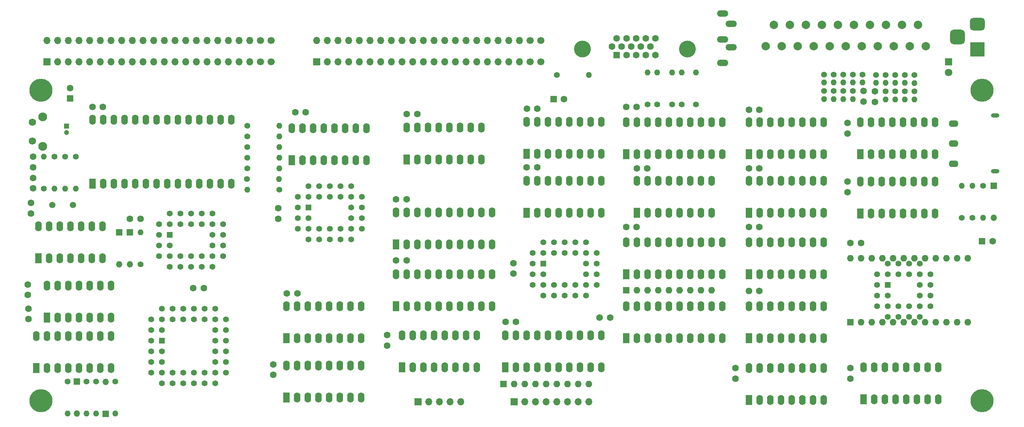
<source format=gbr>
%TF.GenerationSoftware,KiCad,Pcbnew,7.0.10*%
%TF.CreationDate,2024-04-26T10:18:25+01:00*%
%TF.ProjectId,v1b,7631622e-6b69-4636-9164-5f7063625858,rev?*%
%TF.SameCoordinates,Original*%
%TF.FileFunction,Soldermask,Bot*%
%TF.FilePolarity,Negative*%
%FSLAX46Y46*%
G04 Gerber Fmt 4.6, Leading zero omitted, Abs format (unit mm)*
G04 Created by KiCad (PCBNEW 7.0.10) date 2024-04-26 10:18:25*
%MOMM*%
%LPD*%
G01*
G04 APERTURE LIST*
G04 Aperture macros list*
%AMRoundRect*
0 Rectangle with rounded corners*
0 $1 Rounding radius*
0 $2 $3 $4 $5 $6 $7 $8 $9 X,Y pos of 4 corners*
0 Add a 4 corners polygon primitive as box body*
4,1,4,$2,$3,$4,$5,$6,$7,$8,$9,$2,$3,0*
0 Add four circle primitives for the rounded corners*
1,1,$1+$1,$2,$3*
1,1,$1+$1,$4,$5*
1,1,$1+$1,$6,$7*
1,1,$1+$1,$8,$9*
0 Add four rect primitives between the rounded corners*
20,1,$1+$1,$2,$3,$4,$5,0*
20,1,$1+$1,$4,$5,$6,$7,0*
20,1,$1+$1,$6,$7,$8,$9,0*
20,1,$1+$1,$8,$9,$2,$3,0*%
G04 Aperture macros list end*
%ADD10C,1.600000*%
%ADD11R,1.600000X1.600000*%
%ADD12O,1.600000X1.600000*%
%ADD13R,1.422400X1.422400*%
%ADD14C,1.422400*%
%ADD15R,1.600000X2.400000*%
%ADD16O,1.600000X2.400000*%
%ADD17R,3.500000X3.500000*%
%ADD18RoundRect,0.750000X-1.000000X0.750000X-1.000000X-0.750000X1.000000X-0.750000X1.000000X0.750000X0*%
%ADD19RoundRect,0.875000X-0.875000X0.875000X-0.875000X-0.875000X0.875000X-0.875000X0.875000X0.875000X0*%
%ADD20C,4.000000*%
%ADD21C,1.400000*%
%ADD22O,1.400000X1.400000*%
%ADD23R,1.200000X1.200000*%
%ADD24C,1.200000*%
%ADD25R,1.500000X1.500000*%
%ADD26O,1.500000X1.500000*%
%ADD27C,2.100000*%
%ADD28C,1.750000*%
%ADD29R,1.700000X1.700000*%
%ADD30O,1.700000X1.700000*%
%ADD31O,2.000000X1.000000*%
%ADD32O,2.300000X1.600000*%
%ADD33C,5.500000*%
%ADD34C,1.998980*%
%ADD35R,1.800000X1.800000*%
%ADD36C,1.800000*%
%ADD37C,1.700000*%
%ADD38O,2.700000X1.500000*%
%ADD39C,1.500000*%
G04 APERTURE END LIST*
D10*
%TO.C,Cd11*%
X100330000Y-126365000D03*
X100330000Y-128865000D03*
%TD*%
D11*
%TO.C,U20*%
X237633000Y-116325000D03*
D12*
X240173000Y-116325000D03*
X242713000Y-116325000D03*
X245253000Y-116325000D03*
X247793000Y-116325000D03*
X250333000Y-116325000D03*
X252873000Y-116325000D03*
X255413000Y-116325000D03*
X257953000Y-116325000D03*
X260493000Y-116325000D03*
X263033000Y-116325000D03*
X265573000Y-116325000D03*
X265573000Y-101085000D03*
X263033000Y-101085000D03*
X260493000Y-101085000D03*
X257953000Y-101085000D03*
X255413000Y-101085000D03*
X252873000Y-101085000D03*
X250333000Y-101085000D03*
X247793000Y-101085000D03*
X245253000Y-101085000D03*
X242713000Y-101085000D03*
X240173000Y-101085000D03*
X237633000Y-101085000D03*
%TD*%
D13*
%TO.C,U5*%
X108743000Y-89000000D03*
D14*
X106203000Y-91540000D03*
X108743000Y-91540000D03*
X106203000Y-94080000D03*
X108743000Y-96620000D03*
X108743000Y-94080000D03*
X111283000Y-96620000D03*
X111283000Y-94080000D03*
X113823000Y-96620000D03*
X113823000Y-94080000D03*
X116363000Y-96620000D03*
X116363000Y-94080000D03*
X118903000Y-96620000D03*
X121443000Y-94080000D03*
X118903000Y-94080000D03*
X121443000Y-91540000D03*
X118903000Y-91540000D03*
X121443000Y-89000000D03*
X118903000Y-89000000D03*
X121443000Y-86460000D03*
X118903000Y-83920000D03*
X118903000Y-86460000D03*
X116363000Y-83920000D03*
X116363000Y-86460000D03*
X113823000Y-83920000D03*
X113823000Y-86460000D03*
X111283000Y-83920000D03*
X111283000Y-86460000D03*
X108743000Y-83920000D03*
X106203000Y-86460000D03*
X108743000Y-86460000D03*
X106203000Y-89000000D03*
%TD*%
D10*
%TO.C,Cd4*%
X129540000Y-101600000D03*
X132040000Y-101600000D03*
%TD*%
%TO.C,C5*%
X243500000Y-63819000D03*
X243500000Y-61319000D03*
%TD*%
%TO.C,Cd28*%
X213528000Y-79612000D03*
X216028000Y-79612000D03*
%TD*%
D15*
%TO.C,U19*%
X240030000Y-76300000D03*
D16*
X242570000Y-76300000D03*
X245110000Y-76300000D03*
X247650000Y-76300000D03*
X250190000Y-76300000D03*
X252730000Y-76300000D03*
X255270000Y-76300000D03*
X257810000Y-76300000D03*
X257810000Y-68680000D03*
X255270000Y-68680000D03*
X252730000Y-68680000D03*
X250190000Y-68680000D03*
X247650000Y-68680000D03*
X245110000Y-68680000D03*
X242570000Y-68680000D03*
X240030000Y-68680000D03*
%TD*%
D17*
%TO.C,J3*%
X267857500Y-51300000D03*
D18*
X267857500Y-45300000D03*
D19*
X263157500Y-48300000D03*
%TD*%
D20*
%TO.C,J7*%
X198890000Y-51181000D03*
X173890000Y-51181000D03*
D11*
X182075000Y-52601000D03*
D10*
X184365000Y-52601000D03*
X186655000Y-52601000D03*
X188945000Y-52601000D03*
X191235000Y-52601000D03*
X180930000Y-50621000D03*
X183220000Y-50621000D03*
X185510000Y-50621000D03*
X187800000Y-50621000D03*
X190090000Y-50621000D03*
X182075000Y-48641000D03*
X184365000Y-48641000D03*
X186655000Y-48641000D03*
X188945000Y-48641000D03*
X191235000Y-48641000D03*
%TD*%
D21*
%TO.C,R25*%
X236007000Y-57270000D03*
D22*
X236007000Y-59170000D03*
%TD*%
D21*
%TO.C,R10*%
X94148000Y-77072000D03*
D22*
X101768000Y-77072000D03*
%TD*%
D15*
%TO.C,U18*%
X240030000Y-90407000D03*
D16*
X242570000Y-90407000D03*
X245110000Y-90407000D03*
X247650000Y-90407000D03*
X250190000Y-90407000D03*
X252730000Y-90407000D03*
X255270000Y-90407000D03*
X257810000Y-90407000D03*
X257810000Y-82787000D03*
X255270000Y-82787000D03*
X252730000Y-82787000D03*
X250190000Y-82787000D03*
X247650000Y-82787000D03*
X245110000Y-82787000D03*
X242570000Y-82787000D03*
X240030000Y-82787000D03*
%TD*%
D10*
%TO.C,Cd32*%
X210353000Y-127237000D03*
X210353000Y-129737000D03*
%TD*%
D21*
%TO.C,R7*%
X45720000Y-84455000D03*
D22*
X45720000Y-76835000D03*
%TD*%
D23*
%TO.C,C1*%
X51100000Y-69577400D03*
D24*
X51100000Y-71077400D03*
%TD*%
D21*
%TO.C,R11*%
X94148000Y-74532000D03*
D22*
X101768000Y-74532000D03*
%TD*%
D21*
%TO.C,R16*%
X195240000Y-64372000D03*
D22*
X195240000Y-56752000D03*
%TD*%
D21*
%TO.C,R24*%
X233721000Y-57270000D03*
D22*
X233721000Y-59170000D03*
%TD*%
D11*
%TO.C,RN2*%
X155098000Y-131047000D03*
D12*
X157638000Y-131047000D03*
X160178000Y-131047000D03*
X162718000Y-131047000D03*
X165258000Y-131047000D03*
X167798000Y-131047000D03*
X170338000Y-131047000D03*
X172878000Y-131047000D03*
X175418000Y-131047000D03*
%TD*%
D21*
%TO.C,R9*%
X94148000Y-79612000D03*
D22*
X101768000Y-79612000D03*
%TD*%
D25*
%TO.C,D4*%
X66208000Y-94852000D03*
D26*
X66208000Y-102472000D03*
%TD*%
D15*
%TO.C,U3*%
X103438000Y-134222000D03*
D16*
X105978000Y-134222000D03*
X108518000Y-134222000D03*
X111058000Y-134222000D03*
X113598000Y-134222000D03*
X116138000Y-134222000D03*
X118678000Y-134222000D03*
X121218000Y-134222000D03*
X121218000Y-126602000D03*
X118678000Y-126602000D03*
X116138000Y-126602000D03*
X113598000Y-126602000D03*
X111058000Y-126602000D03*
X108518000Y-126602000D03*
X105978000Y-126602000D03*
X103438000Y-126602000D03*
%TD*%
D15*
%TO.C,U16*%
X213493000Y-134857000D03*
D16*
X216033000Y-134857000D03*
X218573000Y-134857000D03*
X221113000Y-134857000D03*
X223653000Y-134857000D03*
X226193000Y-134857000D03*
X228733000Y-134857000D03*
X231273000Y-134857000D03*
X231273000Y-127237000D03*
X228733000Y-127237000D03*
X226193000Y-127237000D03*
X223653000Y-127237000D03*
X221113000Y-127237000D03*
X218573000Y-127237000D03*
X216033000Y-127237000D03*
X213493000Y-127237000D03*
%TD*%
D21*
%TO.C,R39*%
X167808000Y-57387000D03*
D22*
X175428000Y-57387000D03*
%TD*%
D21*
%TO.C,R34*%
X248326000Y-57387000D03*
D22*
X248326000Y-59287000D03*
%TD*%
D10*
%TO.C,C3*%
X43180000Y-76855000D03*
X43180000Y-79355000D03*
%TD*%
D15*
%TO.C,U7*%
X160655000Y-76200000D03*
D16*
X163195000Y-76200000D03*
X165735000Y-76200000D03*
X168275000Y-76200000D03*
X170815000Y-76200000D03*
X173355000Y-76200000D03*
X175895000Y-76200000D03*
X178435000Y-76200000D03*
X178435000Y-68580000D03*
X175895000Y-68580000D03*
X173355000Y-68580000D03*
X170815000Y-68580000D03*
X168275000Y-68580000D03*
X165735000Y-68580000D03*
X163195000Y-68580000D03*
X160655000Y-68580000D03*
%TD*%
D21*
%TO.C,R2*%
X101768000Y-84692000D03*
D22*
X94148000Y-84692000D03*
%TD*%
D27*
%TO.C,SW1*%
X45466000Y-74422000D03*
X45466000Y-67412000D03*
D28*
X42976000Y-73172000D03*
X42976000Y-68672000D03*
%TD*%
D15*
%TO.C,U2*%
X44450000Y-101065000D03*
D16*
X46990000Y-101065000D03*
X49530000Y-101065000D03*
X52070000Y-101065000D03*
X54610000Y-101065000D03*
X57150000Y-101065000D03*
X59690000Y-101065000D03*
X59690000Y-93445000D03*
X57150000Y-93445000D03*
X54610000Y-93445000D03*
X52070000Y-93445000D03*
X49530000Y-93445000D03*
X46990000Y-93445000D03*
X44450000Y-93445000D03*
%TD*%
D21*
%TO.C,R22*%
X238293000Y-61202000D03*
D22*
X238293000Y-63102000D03*
%TD*%
D21*
%TO.C,R5*%
X50800000Y-76835000D03*
D22*
X50800000Y-84455000D03*
%TD*%
D29*
%TO.C,J2*%
X157638000Y-135255000D03*
D30*
X160178000Y-135255000D03*
X162718000Y-135255000D03*
X165258000Y-135255000D03*
X167798000Y-135255000D03*
X170338000Y-135255000D03*
X172878000Y-135255000D03*
X175418000Y-135255000D03*
%TD*%
D21*
%TO.C,R15*%
X191684000Y-64372000D03*
D22*
X191684000Y-56752000D03*
%TD*%
D21*
%TO.C,R6*%
X53340000Y-76835000D03*
D22*
X53340000Y-84455000D03*
%TD*%
D21*
%TO.C,R32*%
X252898000Y-57408000D03*
D22*
X252898000Y-59308000D03*
%TD*%
D31*
%TO.C,SW2*%
X272155000Y-80310000D03*
X272155000Y-67010000D03*
D32*
X262255000Y-78510000D03*
X262255000Y-73710000D03*
X262255000Y-69010000D03*
%TD*%
D21*
%TO.C,R38*%
X266700000Y-91440000D03*
D22*
X266700000Y-83820000D03*
%TD*%
D10*
%TO.C,Cd27*%
X42672000Y-90367000D03*
X42672000Y-87867000D03*
%TD*%
D21*
%TO.C,R21*%
X236007000Y-61202000D03*
D22*
X236007000Y-63102000D03*
%TD*%
D10*
%TO.C,Cd1*%
X180508000Y-115172000D03*
X178008000Y-115172000D03*
%TD*%
D21*
%TO.C,R3*%
X58166000Y-130412000D03*
D22*
X58166000Y-138032000D03*
%TD*%
D15*
%TO.C,U15*%
X184308000Y-76300000D03*
D16*
X186848000Y-76300000D03*
X189388000Y-76300000D03*
X191928000Y-76300000D03*
X194468000Y-76300000D03*
X197008000Y-76300000D03*
X199548000Y-76300000D03*
X202088000Y-76300000D03*
X204628000Y-76300000D03*
X207168000Y-76300000D03*
X207168000Y-68680000D03*
X204628000Y-68680000D03*
X202088000Y-68680000D03*
X199548000Y-68680000D03*
X197008000Y-68680000D03*
X194468000Y-68680000D03*
X191928000Y-68680000D03*
X189388000Y-68680000D03*
X186848000Y-68680000D03*
X184308000Y-68680000D03*
%TD*%
D10*
%TO.C,Cd15*%
X41910000Y-107315000D03*
X41910000Y-109815000D03*
%TD*%
%TO.C,Cd30*%
X213528000Y-65642000D03*
X216028000Y-65642000D03*
%TD*%
D15*
%TO.C,U17*%
X240813000Y-134710000D03*
D16*
X243353000Y-134710000D03*
X245893000Y-134710000D03*
X248433000Y-134710000D03*
X250973000Y-134710000D03*
X253513000Y-134710000D03*
X256053000Y-134710000D03*
X258593000Y-134710000D03*
X258593000Y-127090000D03*
X256053000Y-127090000D03*
X253513000Y-127090000D03*
X250973000Y-127090000D03*
X248433000Y-127090000D03*
X245893000Y-127090000D03*
X243353000Y-127090000D03*
X240813000Y-127090000D03*
%TD*%
D10*
%TO.C,C2*%
X43180000Y-84415000D03*
X43180000Y-81915000D03*
%TD*%
%TO.C,Cd9*%
X213528000Y-93582000D03*
X216028000Y-93582000D03*
%TD*%
%TO.C,Cd29*%
X160695000Y-65405000D03*
X163195000Y-65405000D03*
%TD*%
D21*
%TO.C,R1*%
X55880000Y-130412000D03*
D22*
X55880000Y-138032000D03*
%TD*%
D21*
%TO.C,R28*%
X252898000Y-61319000D03*
D22*
X252898000Y-63219000D03*
%TD*%
D10*
%TO.C,Cd19*%
X105578000Y-66277000D03*
X108078000Y-66277000D03*
%TD*%
D21*
%TO.C,R14*%
X189398000Y-64372000D03*
D22*
X189398000Y-56752000D03*
%TD*%
D10*
%TO.C,Cd2*%
X155595000Y-116205000D03*
X158095000Y-116205000D03*
%TD*%
D15*
%TO.C,U32*%
X129540000Y-112495000D03*
D16*
X132080000Y-112495000D03*
X134620000Y-112495000D03*
X137160000Y-112495000D03*
X139700000Y-112495000D03*
X142240000Y-112495000D03*
X144780000Y-112495000D03*
X147320000Y-112495000D03*
X149860000Y-112495000D03*
X152400000Y-112495000D03*
X152400000Y-104875000D03*
X149860000Y-104875000D03*
X147320000Y-104875000D03*
X144780000Y-104875000D03*
X142240000Y-104875000D03*
X139700000Y-104875000D03*
X137160000Y-104875000D03*
X134620000Y-104875000D03*
X132080000Y-104875000D03*
X129540000Y-104875000D03*
%TD*%
D11*
%TO.C,C7*%
X167045000Y-63102000D03*
D10*
X169545000Y-63102000D03*
%TD*%
%TO.C,Cd13*%
X42078000Y-115570000D03*
X42078000Y-113070000D03*
%TD*%
D21*
%TO.C,R4*%
X48260000Y-76835000D03*
D22*
X48260000Y-84455000D03*
%TD*%
D11*
%TO.C,C6*%
X269000000Y-97000000D03*
D10*
X271500000Y-97000000D03*
%TD*%
D25*
%TO.C,D1*%
X53594000Y-130412000D03*
D26*
X53594000Y-138032000D03*
%TD*%
D15*
%TO.C,U24*%
X213493000Y-90270000D03*
D16*
X216033000Y-90270000D03*
X218573000Y-90270000D03*
X221113000Y-90270000D03*
X223653000Y-90270000D03*
X226193000Y-90270000D03*
X228733000Y-90270000D03*
X231273000Y-90270000D03*
X231273000Y-82650000D03*
X228733000Y-82650000D03*
X226193000Y-82650000D03*
X223653000Y-82650000D03*
X221113000Y-82650000D03*
X218573000Y-82650000D03*
X216033000Y-82650000D03*
X213493000Y-82650000D03*
%TD*%
D15*
%TO.C,U14*%
X186838000Y-90260000D03*
D16*
X189378000Y-90260000D03*
X191918000Y-90260000D03*
X194458000Y-90260000D03*
X196998000Y-90260000D03*
X199538000Y-90260000D03*
X202078000Y-90260000D03*
X204618000Y-90260000D03*
X204618000Y-82640000D03*
X202078000Y-82640000D03*
X199538000Y-82640000D03*
X196998000Y-82640000D03*
X194458000Y-82640000D03*
X191918000Y-82640000D03*
X189378000Y-82640000D03*
X186838000Y-82640000D03*
%TD*%
D21*
%TO.C,R36*%
X243754000Y-57387000D03*
D22*
X243754000Y-59287000D03*
%TD*%
D11*
%TO.C,RN1*%
X184288000Y-108685000D03*
D12*
X186828000Y-108685000D03*
X189368000Y-108685000D03*
X191908000Y-108685000D03*
X194448000Y-108685000D03*
X196988000Y-108685000D03*
X199528000Y-108685000D03*
X202068000Y-108685000D03*
X204608000Y-108685000D03*
%TD*%
D33*
%TO.C,H4*%
X269000000Y-135000000D03*
%TD*%
D21*
%TO.C,R29*%
X250612000Y-61319600D03*
D22*
X250612000Y-63219600D03*
%TD*%
D10*
%TO.C,Cd20*%
X237698000Y-97392000D03*
X240198000Y-97392000D03*
%TD*%
D13*
%TO.C,U21*%
X246523000Y-107425000D03*
D14*
X243983000Y-109965000D03*
X246523000Y-109965000D03*
X243983000Y-112505000D03*
X246523000Y-115045000D03*
X246523000Y-112505000D03*
X249063000Y-115045000D03*
X249063000Y-112505000D03*
X251603000Y-115045000D03*
X251603000Y-112505000D03*
X254143000Y-115045000D03*
X256683000Y-112505000D03*
X254143000Y-112505000D03*
X256683000Y-109965000D03*
X254143000Y-109965000D03*
X256683000Y-107425000D03*
X254143000Y-107425000D03*
X256683000Y-104885000D03*
X254143000Y-102345000D03*
X254143000Y-104885000D03*
X251603000Y-102345000D03*
X251603000Y-104885000D03*
X249063000Y-102345000D03*
X249063000Y-104885000D03*
X246523000Y-102345000D03*
X243983000Y-104885000D03*
X246523000Y-104885000D03*
X243983000Y-107425000D03*
%TD*%
D33*
%TO.C,H3*%
X269030000Y-61000000D03*
%TD*%
D10*
%TO.C,C4*%
X240833000Y-63702000D03*
X240833000Y-61202000D03*
%TD*%
D21*
%TO.C,R37*%
X68748000Y-102472000D03*
D22*
X68748000Y-94852000D03*
%TD*%
D25*
%TO.C,D2*%
X271780000Y-83820000D03*
D26*
X271780000Y-91440000D03*
%TD*%
D15*
%TO.C,U23*%
X213493000Y-104875000D03*
D16*
X216033000Y-104875000D03*
X218573000Y-104875000D03*
X221113000Y-104875000D03*
X223653000Y-104875000D03*
X226193000Y-104875000D03*
X228733000Y-104875000D03*
X231273000Y-104875000D03*
X231273000Y-97255000D03*
X228733000Y-97255000D03*
X226193000Y-97255000D03*
X223653000Y-97255000D03*
X221113000Y-97255000D03*
X218573000Y-97255000D03*
X216033000Y-97255000D03*
X213493000Y-97255000D03*
%TD*%
D10*
%TO.C,Cd31*%
X101514000Y-89137000D03*
X101514000Y-91637000D03*
%TD*%
D21*
%TO.C,R41*%
X264160000Y-91440000D03*
D22*
X264160000Y-83820000D03*
%TD*%
D11*
%TO.C,C8*%
X52000000Y-63000000D03*
D10*
X52000000Y-60500000D03*
%TD*%
D15*
%TO.C,U28*%
X57293000Y-83290000D03*
D16*
X59833000Y-83290000D03*
X62373000Y-83290000D03*
X64913000Y-83290000D03*
X67453000Y-83290000D03*
X69993000Y-83290000D03*
X72533000Y-83290000D03*
X75073000Y-83290000D03*
X77613000Y-83290000D03*
X80153000Y-83290000D03*
X82693000Y-83290000D03*
X85233000Y-83290000D03*
X87773000Y-83290000D03*
X90313000Y-83290000D03*
X90313000Y-68050000D03*
X87773000Y-68050000D03*
X85233000Y-68050000D03*
X82693000Y-68050000D03*
X80153000Y-68050000D03*
X77613000Y-68050000D03*
X75073000Y-68050000D03*
X72533000Y-68050000D03*
X69993000Y-68050000D03*
X67453000Y-68050000D03*
X64913000Y-68050000D03*
X62373000Y-68050000D03*
X59833000Y-68050000D03*
X57293000Y-68050000D03*
%TD*%
D33*
%TO.C,H*%
X45030000Y-135000000D03*
%TD*%
D15*
%TO.C,U10*%
X104775000Y-77707000D03*
D16*
X107315000Y-77707000D03*
X109855000Y-77707000D03*
X112395000Y-77707000D03*
X114935000Y-77707000D03*
X117475000Y-77707000D03*
X120015000Y-77707000D03*
X122555000Y-77707000D03*
X122555000Y-70087000D03*
X120015000Y-70087000D03*
X117475000Y-70087000D03*
X114935000Y-70087000D03*
X112395000Y-70087000D03*
X109855000Y-70087000D03*
X107315000Y-70087000D03*
X104775000Y-70087000D03*
%TD*%
D10*
%TO.C,Cd25*%
X127422000Y-119383000D03*
X127422000Y-121883000D03*
%TD*%
D21*
%TO.C,R43*%
X62738000Y-130450000D03*
D22*
X62738000Y-138070000D03*
%TD*%
D34*
%TO.C,J4*%
X217513000Y-50559640D03*
X219418000Y-45479640D03*
X221323000Y-50559640D03*
X223228000Y-45479640D03*
X225133000Y-50559640D03*
X227038000Y-45479640D03*
X228943000Y-50559640D03*
X230848000Y-45479640D03*
X232753000Y-50559640D03*
X234658000Y-45479640D03*
X236563000Y-50559640D03*
X238468000Y-45479640D03*
X240373000Y-50559640D03*
X242278000Y-45479640D03*
X244183000Y-50559640D03*
X246088000Y-45479640D03*
X247993000Y-50559640D03*
X249898000Y-45479640D03*
X251803000Y-50559640D03*
X253708000Y-45479640D03*
X255613000Y-50559640D03*
%TD*%
D13*
%TO.C,U8*%
X164623000Y-102335000D03*
D14*
X162083000Y-104875000D03*
X164623000Y-104875000D03*
X162083000Y-107415000D03*
X164623000Y-109955000D03*
X164623000Y-107415000D03*
X167163000Y-109955000D03*
X167163000Y-107415000D03*
X169703000Y-109955000D03*
X169703000Y-107415000D03*
X172243000Y-109955000D03*
X172243000Y-107415000D03*
X174783000Y-109955000D03*
X177323000Y-107415000D03*
X174783000Y-107415000D03*
X177323000Y-104875000D03*
X174783000Y-104875000D03*
X177323000Y-102335000D03*
X174783000Y-102335000D03*
X177323000Y-99795000D03*
X174783000Y-97255000D03*
X174783000Y-99795000D03*
X172243000Y-97255000D03*
X172243000Y-99795000D03*
X169703000Y-97255000D03*
X169703000Y-99795000D03*
X167163000Y-97255000D03*
X167163000Y-99795000D03*
X164623000Y-97255000D03*
X162083000Y-99795000D03*
X164623000Y-99795000D03*
X162083000Y-102335000D03*
%TD*%
D15*
%TO.C,U22*%
X213518000Y-120125000D03*
D16*
X216058000Y-120125000D03*
X218598000Y-120125000D03*
X221138000Y-120125000D03*
X223678000Y-120125000D03*
X226218000Y-120125000D03*
X228758000Y-120125000D03*
X231298000Y-120125000D03*
X231298000Y-112505000D03*
X228758000Y-112505000D03*
X226218000Y-112505000D03*
X223678000Y-112505000D03*
X221138000Y-112505000D03*
X218598000Y-112505000D03*
X216058000Y-112505000D03*
X213518000Y-112505000D03*
%TD*%
D15*
%TO.C,U26*%
X46523000Y-115172000D03*
D16*
X49063000Y-115172000D03*
X51603000Y-115172000D03*
X54143000Y-115172000D03*
X56683000Y-115172000D03*
X59223000Y-115172000D03*
X61763000Y-115172000D03*
X61763000Y-107552000D03*
X59223000Y-107552000D03*
X56683000Y-107552000D03*
X54143000Y-107552000D03*
X51603000Y-107552000D03*
X49063000Y-107552000D03*
X46523000Y-107552000D03*
%TD*%
D13*
%TO.C,U1*%
X73818000Y-120750000D03*
D14*
X71278000Y-123290000D03*
X73818000Y-123290000D03*
X71278000Y-125830000D03*
X73818000Y-125830000D03*
X71278000Y-128370000D03*
X73818000Y-130910000D03*
X73818000Y-128370000D03*
X76358000Y-130910000D03*
X76358000Y-128370000D03*
X78898000Y-130910000D03*
X78898000Y-128370000D03*
X81438000Y-130910000D03*
X81438000Y-128370000D03*
X83978000Y-130910000D03*
X83978000Y-128370000D03*
X86518000Y-130910000D03*
X89058000Y-128370000D03*
X86518000Y-128370000D03*
X89058000Y-125830000D03*
X86518000Y-125830000D03*
X89058000Y-123290000D03*
X86518000Y-123290000D03*
X89058000Y-120750000D03*
X86518000Y-120750000D03*
X89058000Y-118210000D03*
X86518000Y-118210000D03*
X89058000Y-115670000D03*
X86518000Y-113130000D03*
X86518000Y-115670000D03*
X83978000Y-113130000D03*
X83978000Y-115670000D03*
X81438000Y-113130000D03*
X81438000Y-115670000D03*
X78898000Y-113130000D03*
X78898000Y-115670000D03*
X76358000Y-113130000D03*
X76358000Y-115670000D03*
X73818000Y-113130000D03*
X71278000Y-115670000D03*
X73818000Y-115670000D03*
X71278000Y-118210000D03*
X73818000Y-118210000D03*
X71278000Y-120750000D03*
%TD*%
D29*
%TO.C,J1*%
X134788000Y-135255000D03*
D30*
X137328000Y-135255000D03*
X139868000Y-135255000D03*
X142408000Y-135255000D03*
X144948000Y-135255000D03*
%TD*%
D35*
%TO.C,D3*%
X261030000Y-54225000D03*
D36*
X261030000Y-56765000D03*
%TD*%
D15*
%TO.C,U31*%
X155575000Y-127090000D03*
D16*
X158115000Y-127090000D03*
X160655000Y-127090000D03*
X163195000Y-127090000D03*
X165735000Y-127090000D03*
X168275000Y-127090000D03*
X170815000Y-127090000D03*
X173355000Y-127090000D03*
X175895000Y-127090000D03*
X178435000Y-127090000D03*
X178435000Y-119470000D03*
X175895000Y-119470000D03*
X173355000Y-119470000D03*
X170815000Y-119470000D03*
X168275000Y-119470000D03*
X165735000Y-119470000D03*
X163195000Y-119470000D03*
X160655000Y-119470000D03*
X158115000Y-119470000D03*
X155575000Y-119470000D03*
%TD*%
D21*
%TO.C,R35*%
X246040000Y-57387000D03*
D22*
X246040000Y-59287000D03*
%TD*%
D21*
%TO.C,R12*%
X94148000Y-71992000D03*
D22*
X101768000Y-71992000D03*
%TD*%
D21*
%TO.C,R17*%
X197526000Y-64372000D03*
D22*
X197526000Y-56752000D03*
%TD*%
D21*
%TO.C,R20*%
X233721000Y-61202000D03*
D22*
X233721000Y-63102000D03*
%TD*%
D13*
%TO.C,U29*%
X75723000Y-95487000D03*
D14*
X73183000Y-98027000D03*
X75723000Y-98027000D03*
X73183000Y-100567000D03*
X75723000Y-103107000D03*
X75723000Y-100567000D03*
X78263000Y-103107000D03*
X78263000Y-100567000D03*
X80803000Y-103107000D03*
X80803000Y-100567000D03*
X83343000Y-103107000D03*
X83343000Y-100567000D03*
X85883000Y-103107000D03*
X88423000Y-100567000D03*
X85883000Y-100567000D03*
X88423000Y-98027000D03*
X85883000Y-98027000D03*
X88423000Y-95487000D03*
X85883000Y-95487000D03*
X88423000Y-92947000D03*
X85883000Y-90407000D03*
X85883000Y-92947000D03*
X83343000Y-90407000D03*
X83343000Y-92947000D03*
X80803000Y-90407000D03*
X80803000Y-92947000D03*
X78263000Y-90407000D03*
X78263000Y-92947000D03*
X75723000Y-90407000D03*
X73183000Y-92947000D03*
X75723000Y-92947000D03*
X73183000Y-95487000D03*
%TD*%
D10*
%TO.C,Cd26*%
X184318000Y-93582000D03*
X186818000Y-93582000D03*
%TD*%
D15*
%TO.C,U30*%
X130958000Y-127090000D03*
D16*
X133498000Y-127090000D03*
X136038000Y-127090000D03*
X138578000Y-127090000D03*
X141118000Y-127090000D03*
X143658000Y-127090000D03*
X146198000Y-127090000D03*
X148738000Y-127090000D03*
X148738000Y-119470000D03*
X146198000Y-119470000D03*
X143658000Y-119470000D03*
X141118000Y-119470000D03*
X138578000Y-119470000D03*
X136038000Y-119470000D03*
X133498000Y-119470000D03*
X130958000Y-119470000D03*
%TD*%
D29*
%TO.C,J6*%
X110648000Y-54212000D03*
D30*
X110648000Y-49132000D03*
X113188000Y-54212000D03*
X113188000Y-49132000D03*
X115728000Y-54212000D03*
X115728000Y-49132000D03*
X118268000Y-54212000D03*
X118268000Y-49132000D03*
X120808000Y-54212000D03*
X120808000Y-49132000D03*
X123348000Y-54212000D03*
X123348000Y-49132000D03*
X125888000Y-54212000D03*
X125888000Y-49132000D03*
X128428000Y-54212000D03*
X128428000Y-49132000D03*
X130968000Y-54212000D03*
X130968000Y-49132000D03*
X133508000Y-54212000D03*
X133508000Y-49132000D03*
X136048000Y-54212000D03*
X136048000Y-49132000D03*
X138588000Y-54212000D03*
X138588000Y-49132000D03*
X141128000Y-54212000D03*
X141128000Y-49132000D03*
X143668000Y-54212000D03*
X143668000Y-49132000D03*
X146208000Y-54212000D03*
X146208000Y-49132000D03*
X148748000Y-54212000D03*
X148748000Y-49132000D03*
X151288000Y-54212000D03*
X151288000Y-49132000D03*
X153828000Y-54212000D03*
X153828000Y-49132000D03*
X156368000Y-54212000D03*
X156368000Y-49132000D03*
X158908000Y-54212000D03*
X158908000Y-49132000D03*
D37*
X161448000Y-54212000D03*
X161448000Y-49132000D03*
X163988000Y-54212000D03*
X163988000Y-49132000D03*
%TD*%
D10*
%TO.C,Cd16*%
X213528000Y-108822000D03*
X216028000Y-108822000D03*
%TD*%
D21*
%TO.C,R40*%
X269240000Y-83820000D03*
D22*
X269240000Y-91440000D03*
%TD*%
D10*
%TO.C,Cd14*%
X83820000Y-108187000D03*
X81320000Y-108187000D03*
%TD*%
D15*
%TO.C,U4*%
X103505000Y-120115000D03*
D16*
X106045000Y-120115000D03*
X108585000Y-120115000D03*
X111125000Y-120115000D03*
X113665000Y-120115000D03*
X116205000Y-120115000D03*
X118745000Y-120115000D03*
X121285000Y-120115000D03*
X121285000Y-112495000D03*
X118745000Y-112495000D03*
X116205000Y-112495000D03*
X113665000Y-112495000D03*
X111125000Y-112495000D03*
X108585000Y-112495000D03*
X106045000Y-112495000D03*
X103505000Y-112495000D03*
%TD*%
D10*
%TO.C,Cd10*%
X68748000Y-91677000D03*
X66248000Y-91677000D03*
%TD*%
%TO.C,Cd17*%
X186858000Y-79612000D03*
X189358000Y-79612000D03*
%TD*%
D21*
%TO.C,R13*%
X94148000Y-69452000D03*
D22*
X101768000Y-69452000D03*
%TD*%
D10*
%TO.C,Cd6*%
X157480000Y-102235000D03*
X157480000Y-104735000D03*
%TD*%
D21*
%TO.C,R33*%
X250612000Y-57387000D03*
D22*
X250612000Y-59287000D03*
%TD*%
D15*
%TO.C,U25*%
X213518000Y-76300000D03*
D16*
X216058000Y-76300000D03*
X218598000Y-76300000D03*
X221138000Y-76300000D03*
X223678000Y-76300000D03*
X226218000Y-76300000D03*
X228758000Y-76300000D03*
X231298000Y-76300000D03*
X231298000Y-68680000D03*
X228758000Y-68680000D03*
X226218000Y-68680000D03*
X223678000Y-68680000D03*
X221138000Y-68680000D03*
X218598000Y-68680000D03*
X216058000Y-68680000D03*
X213518000Y-68680000D03*
%TD*%
D15*
%TO.C,U12*%
X184308000Y-104875000D03*
D16*
X186848000Y-104875000D03*
X189388000Y-104875000D03*
X191928000Y-104875000D03*
X194468000Y-104875000D03*
X197008000Y-104875000D03*
X199548000Y-104875000D03*
X202088000Y-104875000D03*
X204628000Y-104875000D03*
X207168000Y-104875000D03*
X207168000Y-97255000D03*
X204628000Y-97255000D03*
X202088000Y-97255000D03*
X199548000Y-97255000D03*
X197008000Y-97255000D03*
X194468000Y-97255000D03*
X191928000Y-97255000D03*
X189388000Y-97255000D03*
X186848000Y-97255000D03*
X184308000Y-97255000D03*
%TD*%
D21*
%TO.C,R31*%
X246040000Y-61319600D03*
D22*
X246040000Y-63219600D03*
%TD*%
D38*
%TO.C,J8*%
X209264000Y-50800000D03*
X207264000Y-48900000D03*
X207264000Y-42700000D03*
X209264000Y-45200000D03*
X207264000Y-54500000D03*
%TD*%
D21*
%TO.C,R23*%
X231435000Y-57270000D03*
D22*
X231435000Y-59170000D03*
%TD*%
D29*
%TO.C,J5*%
X46523000Y-54212000D03*
D30*
X46523000Y-49132000D03*
X49063000Y-54212000D03*
X49063000Y-49132000D03*
X51603000Y-54212000D03*
X51603000Y-49132000D03*
X54143000Y-54212000D03*
X54143000Y-49132000D03*
X56683000Y-54212000D03*
X56683000Y-49132000D03*
X59223000Y-54212000D03*
X59223000Y-49132000D03*
X61763000Y-54212000D03*
X61763000Y-49132000D03*
X64303000Y-54212000D03*
X64303000Y-49132000D03*
X66843000Y-54212000D03*
X66843000Y-49132000D03*
X69383000Y-54212000D03*
X69383000Y-49132000D03*
X71923000Y-54212000D03*
X71923000Y-49132000D03*
X74463000Y-54212000D03*
X74463000Y-49132000D03*
X77003000Y-54212000D03*
X77003000Y-49132000D03*
X79543000Y-54212000D03*
X79543000Y-49132000D03*
X82083000Y-54212000D03*
X82083000Y-49132000D03*
X84623000Y-54212000D03*
X84623000Y-49132000D03*
X87163000Y-54212000D03*
X87163000Y-49132000D03*
X89703000Y-54212000D03*
X89703000Y-49132000D03*
X92243000Y-54212000D03*
X92243000Y-49132000D03*
X94783000Y-54212000D03*
X94783000Y-49132000D03*
D37*
X97323000Y-54212000D03*
X97323000Y-49132000D03*
X99863000Y-54212000D03*
X99863000Y-49132000D03*
%TD*%
D21*
%TO.C,R27*%
X240579000Y-57270000D03*
D22*
X240579000Y-59170000D03*
%TD*%
D15*
%TO.C,U27*%
X43983000Y-127237000D03*
D16*
X46523000Y-127237000D03*
X49063000Y-127237000D03*
X51603000Y-127237000D03*
X54143000Y-127237000D03*
X56683000Y-127237000D03*
X59223000Y-127237000D03*
X61763000Y-127237000D03*
X61763000Y-119617000D03*
X59223000Y-119617000D03*
X56683000Y-119617000D03*
X54143000Y-119617000D03*
X51603000Y-119617000D03*
X49063000Y-119617000D03*
X46523000Y-119617000D03*
X43983000Y-119617000D03*
%TD*%
D21*
%TO.C,R30*%
X248326000Y-61319600D03*
D22*
X248326000Y-63219600D03*
%TD*%
D10*
%TO.C,Cd23*%
X237023000Y-68817000D03*
X237023000Y-71317000D03*
%TD*%
%TO.C,Cd7*%
X129540000Y-86995000D03*
X132040000Y-86995000D03*
%TD*%
%TO.C,Cd8*%
X103586000Y-109457000D03*
X106086000Y-109457000D03*
%TD*%
D33*
%TO.C,H1*%
X45030000Y-61000000D03*
%TD*%
D10*
%TO.C,Cd22*%
X237658000Y-127237000D03*
X237658000Y-129737000D03*
%TD*%
D21*
%TO.C,R18*%
X200945000Y-64372000D03*
D22*
X200945000Y-56752000D03*
%TD*%
D10*
%TO.C,Cd3*%
X160655000Y-79375000D03*
X163155000Y-79375000D03*
%TD*%
%TO.C,Cd24*%
X237023000Y-82787000D03*
X237023000Y-85287000D03*
%TD*%
%TO.C,Cd5*%
X132080000Y-66675000D03*
X134580000Y-66675000D03*
%TD*%
D21*
%TO.C,R8*%
X94049000Y-82152000D03*
D22*
X101669000Y-82152000D03*
%TD*%
D21*
%TO.C,R42*%
X51435000Y-130412000D03*
D22*
X51435000Y-138032000D03*
%TD*%
D21*
%TO.C,R19*%
X231435000Y-61202000D03*
D22*
X231435000Y-63102000D03*
%TD*%
D39*
%TO.C,Y1*%
X47752000Y-88392000D03*
X52632000Y-88392000D03*
%TD*%
D15*
%TO.C,U9*%
X184308000Y-120115000D03*
D16*
X186848000Y-120115000D03*
X189388000Y-120115000D03*
X191928000Y-120115000D03*
X194468000Y-120115000D03*
X197008000Y-120115000D03*
X199548000Y-120115000D03*
X202088000Y-120115000D03*
X204628000Y-120115000D03*
X207168000Y-120115000D03*
X207168000Y-112495000D03*
X204628000Y-112495000D03*
X202088000Y-112495000D03*
X199548000Y-112495000D03*
X197008000Y-112495000D03*
X194468000Y-112495000D03*
X191928000Y-112495000D03*
X189388000Y-112495000D03*
X186848000Y-112495000D03*
X184308000Y-112495000D03*
%TD*%
D10*
%TO.C,Cd12*%
X184318000Y-65007000D03*
X186818000Y-65007000D03*
%TD*%
D15*
%TO.C,U13*%
X160655000Y-90260000D03*
D16*
X163195000Y-90260000D03*
X165735000Y-90260000D03*
X168275000Y-90260000D03*
X170815000Y-90260000D03*
X173355000Y-90260000D03*
X175895000Y-90260000D03*
X178435000Y-90260000D03*
X178435000Y-82640000D03*
X175895000Y-82640000D03*
X173355000Y-82640000D03*
X170815000Y-82640000D03*
X168275000Y-82640000D03*
X165735000Y-82640000D03*
X163195000Y-82640000D03*
X160655000Y-82640000D03*
%TD*%
D25*
%TO.C,D6*%
X60452000Y-138115000D03*
D26*
X60452000Y-130495000D03*
%TD*%
D25*
%TO.C,D5*%
X63668000Y-94852000D03*
D26*
X63668000Y-102472000D03*
%TD*%
D21*
%TO.C,R26*%
X238293000Y-57265000D03*
D22*
X238293000Y-59165000D03*
%TD*%
D10*
%TO.C,Cd18*%
X57318000Y-65007000D03*
X59818000Y-65007000D03*
%TD*%
D15*
%TO.C,U11*%
X132080000Y-77570000D03*
D16*
X134620000Y-77570000D03*
X137160000Y-77570000D03*
X139700000Y-77570000D03*
X142240000Y-77570000D03*
X144780000Y-77570000D03*
X147320000Y-77570000D03*
X149860000Y-77570000D03*
X149860000Y-69950000D03*
X147320000Y-69950000D03*
X144780000Y-69950000D03*
X142240000Y-69950000D03*
X139700000Y-69950000D03*
X137160000Y-69950000D03*
X134620000Y-69950000D03*
X132080000Y-69950000D03*
%TD*%
D15*
%TO.C,U6*%
X129540000Y-97790000D03*
D16*
X132080000Y-97790000D03*
X134620000Y-97790000D03*
X137160000Y-97790000D03*
X139700000Y-97790000D03*
X142240000Y-97790000D03*
X144780000Y-97790000D03*
X147320000Y-97790000D03*
X149860000Y-97790000D03*
X152400000Y-97790000D03*
X152400000Y-90170000D03*
X149860000Y-90170000D03*
X147320000Y-90170000D03*
X144780000Y-90170000D03*
X142240000Y-90170000D03*
X139700000Y-90170000D03*
X137160000Y-90170000D03*
X134620000Y-90170000D03*
X132080000Y-90170000D03*
X129540000Y-90170000D03*
%TD*%
M02*

</source>
